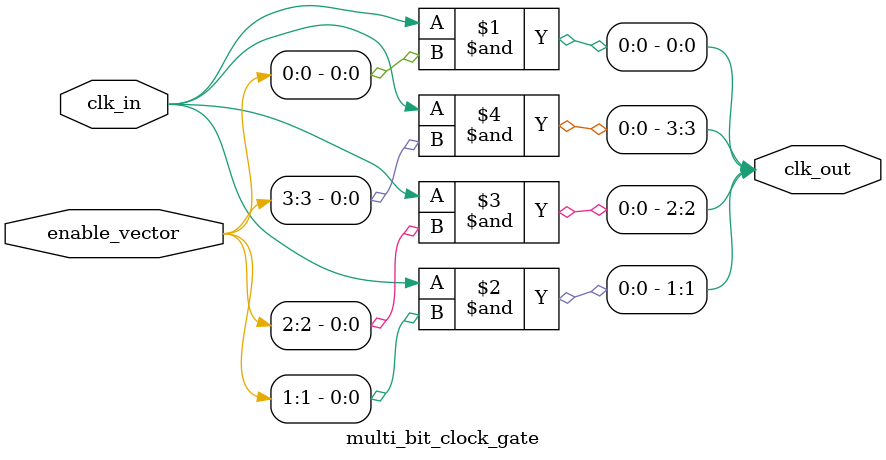
<source format=sv>
module multi_bit_clock_gate #(
    parameter WIDTH = 4
) (
    input  wire clk_in,
    input  wire [WIDTH-1:0] enable_vector,
    output wire [WIDTH-1:0] clk_out
);
    genvar i;
    generate
        for (i = 0; i < WIDTH; i = i + 1) begin : gate_gen
            assign clk_out[i] = clk_in & enable_vector[i];
        end
    endgenerate
endmodule
</source>
